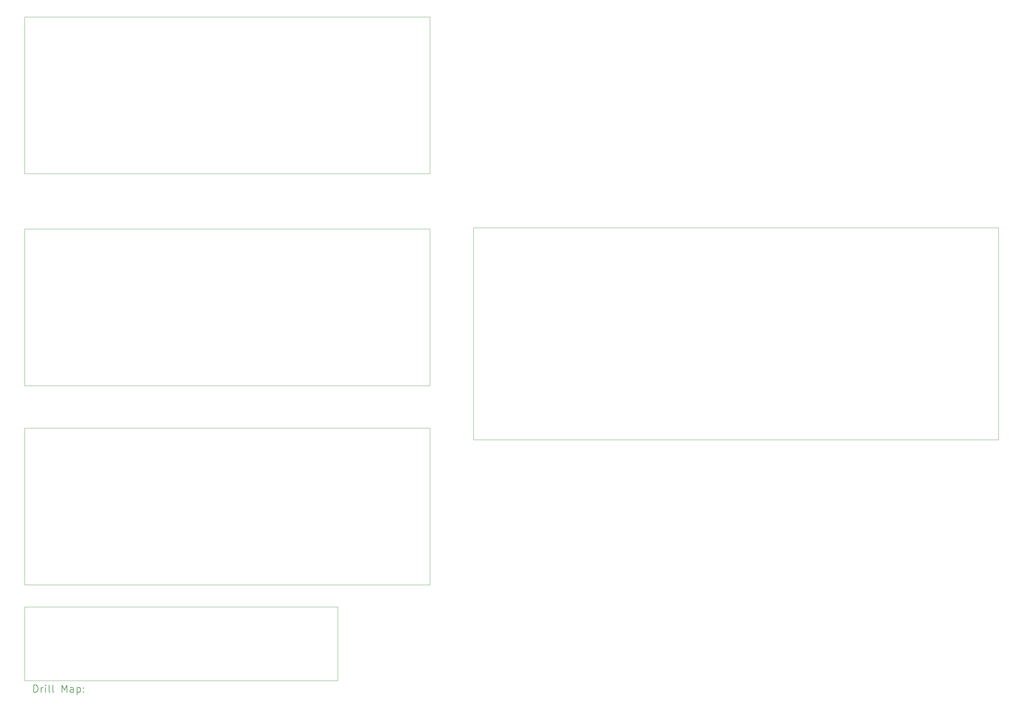
<source format=gbr>
%TF.GenerationSoftware,KiCad,Pcbnew,7.0.6*%
%TF.CreationDate,2023-11-23T12:49:05+01:00*%
%TF.ProjectId,EF_matrix,45465f6d-6174-4726-9978-2e6b69636164,rev?*%
%TF.SameCoordinates,Original*%
%TF.FileFunction,Drillmap*%
%TF.FilePolarity,Positive*%
%FSLAX45Y45*%
G04 Gerber Fmt 4.5, Leading zero omitted, Abs format (unit mm)*
G04 Created by KiCad (PCBNEW 7.0.6) date 2023-11-23 12:49:05*
%MOMM*%
%LPD*%
G01*
G04 APERTURE LIST*
%ADD10C,0.100000*%
%ADD11C,0.200000*%
G04 APERTURE END LIST*
D10*
X1270000Y-12597400D02*
X12446000Y-12597400D01*
X12446000Y-16915400D01*
X1270000Y-16915400D01*
X1270000Y-12597400D01*
X1270000Y-1270000D02*
X12446000Y-1270000D01*
X12446000Y-5588000D01*
X1270000Y-5588000D01*
X1270000Y-1270000D01*
X1270000Y-17526000D02*
X9906000Y-17526000D01*
X9906000Y-19558000D01*
X1270000Y-19558000D01*
X1270000Y-17526000D01*
X1270000Y-7112000D02*
X12446000Y-7112000D01*
X12446000Y-11430000D01*
X1270000Y-11430000D01*
X1270000Y-7112000D01*
X28125405Y-7078150D02*
X13647405Y-7078150D01*
X13647405Y-12920150D01*
X28125405Y-12920150D01*
X28125405Y-7078150D01*
D11*
X1525777Y-19874484D02*
X1525777Y-19674484D01*
X1525777Y-19674484D02*
X1573396Y-19674484D01*
X1573396Y-19674484D02*
X1601967Y-19684008D01*
X1601967Y-19684008D02*
X1621015Y-19703055D01*
X1621015Y-19703055D02*
X1630539Y-19722103D01*
X1630539Y-19722103D02*
X1640062Y-19760198D01*
X1640062Y-19760198D02*
X1640062Y-19788770D01*
X1640062Y-19788770D02*
X1630539Y-19826865D01*
X1630539Y-19826865D02*
X1621015Y-19845912D01*
X1621015Y-19845912D02*
X1601967Y-19864960D01*
X1601967Y-19864960D02*
X1573396Y-19874484D01*
X1573396Y-19874484D02*
X1525777Y-19874484D01*
X1725777Y-19874484D02*
X1725777Y-19741150D01*
X1725777Y-19779246D02*
X1735301Y-19760198D01*
X1735301Y-19760198D02*
X1744824Y-19750674D01*
X1744824Y-19750674D02*
X1763872Y-19741150D01*
X1763872Y-19741150D02*
X1782920Y-19741150D01*
X1849586Y-19874484D02*
X1849586Y-19741150D01*
X1849586Y-19674484D02*
X1840062Y-19684008D01*
X1840062Y-19684008D02*
X1849586Y-19693531D01*
X1849586Y-19693531D02*
X1859110Y-19684008D01*
X1859110Y-19684008D02*
X1849586Y-19674484D01*
X1849586Y-19674484D02*
X1849586Y-19693531D01*
X1973396Y-19874484D02*
X1954348Y-19864960D01*
X1954348Y-19864960D02*
X1944824Y-19845912D01*
X1944824Y-19845912D02*
X1944824Y-19674484D01*
X2078158Y-19874484D02*
X2059110Y-19864960D01*
X2059110Y-19864960D02*
X2049586Y-19845912D01*
X2049586Y-19845912D02*
X2049586Y-19674484D01*
X2306729Y-19874484D02*
X2306729Y-19674484D01*
X2306729Y-19674484D02*
X2373396Y-19817341D01*
X2373396Y-19817341D02*
X2440063Y-19674484D01*
X2440063Y-19674484D02*
X2440063Y-19874484D01*
X2621015Y-19874484D02*
X2621015Y-19769722D01*
X2621015Y-19769722D02*
X2611491Y-19750674D01*
X2611491Y-19750674D02*
X2592444Y-19741150D01*
X2592444Y-19741150D02*
X2554348Y-19741150D01*
X2554348Y-19741150D02*
X2535301Y-19750674D01*
X2621015Y-19864960D02*
X2601967Y-19874484D01*
X2601967Y-19874484D02*
X2554348Y-19874484D01*
X2554348Y-19874484D02*
X2535301Y-19864960D01*
X2535301Y-19864960D02*
X2525777Y-19845912D01*
X2525777Y-19845912D02*
X2525777Y-19826865D01*
X2525777Y-19826865D02*
X2535301Y-19807817D01*
X2535301Y-19807817D02*
X2554348Y-19798293D01*
X2554348Y-19798293D02*
X2601967Y-19798293D01*
X2601967Y-19798293D02*
X2621015Y-19788770D01*
X2716253Y-19741150D02*
X2716253Y-19941150D01*
X2716253Y-19750674D02*
X2735301Y-19741150D01*
X2735301Y-19741150D02*
X2773396Y-19741150D01*
X2773396Y-19741150D02*
X2792444Y-19750674D01*
X2792444Y-19750674D02*
X2801967Y-19760198D01*
X2801967Y-19760198D02*
X2811491Y-19779246D01*
X2811491Y-19779246D02*
X2811491Y-19836389D01*
X2811491Y-19836389D02*
X2801967Y-19855436D01*
X2801967Y-19855436D02*
X2792444Y-19864960D01*
X2792444Y-19864960D02*
X2773396Y-19874484D01*
X2773396Y-19874484D02*
X2735301Y-19874484D01*
X2735301Y-19874484D02*
X2716253Y-19864960D01*
X2897205Y-19855436D02*
X2906729Y-19864960D01*
X2906729Y-19864960D02*
X2897205Y-19874484D01*
X2897205Y-19874484D02*
X2887682Y-19864960D01*
X2887682Y-19864960D02*
X2897205Y-19855436D01*
X2897205Y-19855436D02*
X2897205Y-19874484D01*
X2897205Y-19750674D02*
X2906729Y-19760198D01*
X2906729Y-19760198D02*
X2897205Y-19769722D01*
X2897205Y-19769722D02*
X2887682Y-19760198D01*
X2887682Y-19760198D02*
X2897205Y-19750674D01*
X2897205Y-19750674D02*
X2897205Y-19769722D01*
M02*

</source>
